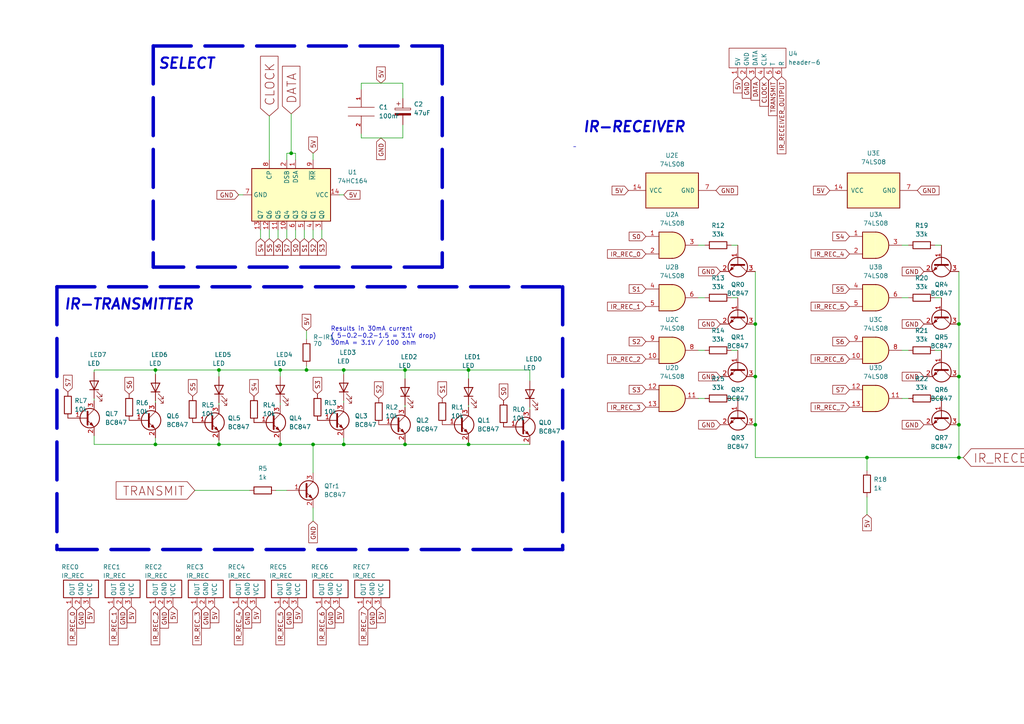
<source format=kicad_sch>
(kicad_sch (version 20211123) (generator eeschema)
  (paper "A4")
  (lib_symbols
    (symbol "74xx:74HC164"
      (property "Reference" "U" (at 1.905 -13.97 0))
      (property "Value" "74HC164" (at 1.905 -16.51 0))
      (symbol "74HC164_0_1"
        (rectangle (start 7.62 10.16) (end -7.62 -12.7) (stroke (width 0.254)) (fill (type background)))
      )
      (symbol "74HC164_1_1"
        (pin input line (at -10.16 0 0) (length 2.54) (name "DSA") (number "1"))
        (pin output line (at 10.16 -2.54 180) (length 2.54) (name "Q4") (number "10"))
        (pin output line (at 10.16 -5.08 180) (length 2.54) (name "Q5") (number "11"))
        (pin output line (at 10.16 -7.62 180) (length 2.54) (name "Q6") (number "12"))
        (pin output line (at 10.16 -10.16 180) (length 2.54) (name "Q7") (number "13"))
        (pin power_in line (at 0 12.7 270) (length 2.54) (name "VCC") (number "14"))
        (pin input line (at -10.16 -2.54 0) (length 2.54) (name "DSB") (number "2"))
        (pin output line (at 10.16 7.62 180) (length 2.54) (name "Q0") (number "3"))
        (pin output line (at 10.16 5.08 180) (length 2.54) (name "Q1") (number "4"))
        (pin output line (at 10.16 2.54 180) (length 2.54) (name "Q2") (number "5"))
        (pin output line (at 10.16 0 180) (length 2.54) (name "Q3") (number "6"))
        (pin power_in line (at 0 -15.24 90) (length 2.54) (name "GND") (number "7"))
        (pin input line (at -10.16 -7.62 0) (length 2.54) (name "CP") (number "8"))
        (pin input line (at -10.16 5.08 0) (length 2.54) (name "~{MR}") (number "9"))
      )
    )
    (symbol "74xx:74LS08" (pin_names (offset 1.016))
      (property "Reference" "U" (at 0 1.27 0))
      (property "Value" "74LS08" (at 0 -1.27 0))
      (symbol "74LS08_1_1"
        (arc (start 0 -3.81) (mid 3.81 0) (end 0 3.81) (stroke (width 0.254)) (fill (type background)))
        (polyline (pts (xy 0 3.81) (xy -3.81 3.81) (xy -3.81 -3.81) (xy 0 -3.81)) (stroke (width 0.254)) (fill (type background)))
        (pin input line (at -7.62 2.54 0) (length 3.81) (name "~") (number "1"))
        (pin input line (at -7.62 -2.54 0) (length 3.81) (name "~") (number "2"))
        (pin output line (at 7.62 0 180) (length 3.81) (name "~") (number "3"))
      )
      (symbol "74LS08_1_2"
        (arc (start -3.81 -3.81) (mid -2.589 0) (end -3.81 3.81) (stroke (width 0.254)))
        (arc (start -0.6096 -3.81) (mid 2.1842 -2.5851) (end 3.81 0) (stroke (width 0.254)) (fill (type background)))
        (polyline (pts (xy -3.81 -3.81) (xy -0.635 -3.81)) (stroke (width 0.254)) (fill (type background)))
        (polyline (pts (xy -3.81 3.81) (xy -0.635 3.81)) (stroke (width 0.254)) (fill (type background)))
        (polyline (pts (xy -0.635 3.81) (xy -3.81 3.81) (xy -3.81 3.81) (xy -3.556 3.4036) (xy -3.0226 2.2606) (xy -2.6924 1.0414) (xy -2.6162 -0.254) (xy -2.7686 -1.4986) (xy -3.175 -2.7178) (xy -3.81 -3.81) (xy -3.81 -3.81) (xy -0.635 -3.81)) (stroke (width -25.4)) (fill (type background)))
        (arc (start 3.81 0) (mid 2.1915 2.5936) (end -0.6096 3.81) (stroke (width 0.254)) (fill (type background)))
        (pin input inverted (at -7.62 2.54 0) (length 4.318) (name "~") (number "1"))
        (pin input inverted (at -7.62 -2.54 0) (length 4.318) (name "~") (number "2"))
        (pin output inverted (at 7.62 0 180) (length 3.81) (name "~") (number "3"))
      )
      (symbol "74LS08_2_1"
        (arc (start 0 -3.81) (mid 3.81 0) (end 0 3.81) (stroke (width 0.254)) (fill (type background)))
        (polyline (pts (xy 0 3.81) (xy -3.81 3.81) (xy -3.81 -3.81) (xy 0 -3.81)) (stroke (width 0.254)) (fill (type background)))
        (pin input line (at -7.62 2.54 0) (length 3.81) (name "~") (number "4"))
        (pin input line (at -7.62 -2.54 0) (length 3.81) (name "~") (number "5"))
        (pin output line (at 7.62 0 180) (length 3.81) (name "~") (number "6"))
      )
      (symbol "74LS08_2_2"
        (arc (start -3.81 -3.81) (mid -2.589 0) (end -3.81 3.81) (stroke (width 0.254)))
        (arc (start -0.6096 -3.81) (mid 2.1842 -2.5851) (end 3.81 0) (stroke (width 0.254)) (fill (type background)))
        (polyline (pts (xy -3.81 -3.81) (xy -0.635 -3.81)) (stroke (width 0.254)) (fill (type background)))
        (polyline (pts (xy -3.81 3.81) (xy -0.635 3.81)) (stroke (width 0.254)) (fill (type background)))
        (polyline (pts (xy -0.635 3.81) (xy -3.81 3.81) (xy -3.81 3.81) (xy -3.556 3.4036) (xy -3.0226 2.2606) (xy -2.6924 1.0414) (xy -2.6162 -0.254) (xy -2.7686 -1.4986) (xy -3.175 -2.7178) (xy -3.81 -3.81) (xy -3.81 -3.81) (xy -0.635 -3.81)) (stroke (width -25.4)) (fill (type background)))
        (arc (start 3.81 0) (mid 2.1915 2.5936) (end -0.6096 3.81) (stroke (width 0.254)) (fill (type background)))
        (pin input inverted (at -7.62 2.54 0) (length 4.318) (name "~") (number "4"))
        (pin input inverted (at -7.62 -2.54 0) (length 4.318) (name "~") (number "5"))
        (pin output inverted (at 7.62 0 180) (length 3.81) (name "~") (number "6"))
      )
      (symbol "74LS08_3_1"
        (arc (start 0 -3.81) (mid 3.81 0) (end 0 3.81) (stroke (width 0.254)) (fill (type background)))
        (polyline (pts (xy 0 3.81) (xy -3.81 3.81) (xy -3.81 -3.81) (xy 0 -3.81)) (stroke (width 0.254)) (fill (type background)))
        (pin input line (at -7.62 -2.54 0) (length 3.81) (name "~") (number "10"))
        (pin output line (at 7.62 0 180) (length 3.81) (name "~") (number "8"))
        (pin input line (at -7.62 2.54 0) (length 3.81) (name "~") (number "9"))
      )
      (symbol "74LS08_3_2"
        (arc (start -3.81 -3.81) (mid -2.589 0) (end -3.81 3.81) (stroke (width 0.254)))
        (arc (start -0.6096 -3.81) (mid 2.1842 -2.5851) (end 3.81 0) (stroke (width 0.254)) (fill (type background)))
        (polyline (pts (xy -3.81 -3.81) (xy -0.635 -3.81)) (stroke (width 0.254)) (fill (type background)))
        (polyline (pts (xy -3.81 3.81) (xy -0.635 3.81)) (stroke (width 0.254)) (fill (type background)))
        (polyline (pts (xy -0.635 3.81) (xy -3.81 3.81) (xy -3.81 3.81) (xy -3.556 3.4036) (xy -3.0226 2.2606) (xy -2.6924 1.0414) (xy -2.6162 -0.254) (xy -2.7686 -1.4986) (xy -3.175 -2.7178) (xy -3.81 -3.81) (xy -3.81 -3.81) (xy -0.635 -3.81)) (stroke (width -25.4)) (fill (type background)))
        (arc (start 3.81 0) (mid 2.1915 2.5936) (end -0.6096 3.81) (stroke (width 0.254)) (fill (type background)))
        (pin input inverted (at -7.62 -2.54 0) (length 4.318) (name "~") (number "10"))
        (pin output inverted (at 7.62 0 180) (length 3.81) (name "~") (number "8"))
        (pin input inverted (at -7.62 2.54 0) (length 4.318) (name "~") (number "9"))
      )
      (symbol "74LS08_4_1"
        (arc (start 0 -3.81) (mid 3.81 0) (end 0 3.81) (stroke (width 0.254)) (fill (type background)))
        (polyline (pts (xy 0 3.81) (xy -3.81 3.81) (xy -3.81 -3.81) (xy 0 -3.81)) (stroke (width 0.254)) (fill (type background)))
        (pin output line (at 7.62 0 180) (length 3.81) (name "~") (number "11"))
        (pin input line (at -7.62 2.54 0) (length 3.81) (name "~") (number "12"))
        (pin input line (at -7.62 -2.54 0) (length 3.81) (name "~") (number "13"))
      )
      (symbol "74LS08_4_2"
        (arc (start -3.81 -3.81) (mid -2.589 0) (end -3.81 3.81) (stroke (width 0.254)))
        (arc (start -0.6096 -3.81) (mid 2.1842 -2.5851) (end 3.81 0) (stroke (width 0.254)) (fill (type background)))
        (polyline (pts (xy -3.81 -3.81) (xy -0.635 -3.81)) (stroke (width 0.254)) (fill (type background)))
        (polyline (pts (xy -3.81 3.81) (xy -0.635 3.81)) (stroke (width 0.254)) (fill (type background)))
        (polyline (pts (xy -0.635 3.81) (xy -3.81 3.81) (xy -3.81 3.81) (xy -3.556 3.4036) (xy -3.0226 2.2606) (xy -2.6924 1.0414) (xy -2.6162 -0.254) (xy -2.7686 -1.4986) (xy -3.175 -2.7178) (xy -3.81 -3.81) (xy -3.81 -3.81) (xy -0.635 -3.81)) (stroke (width -25.4)) (fill (type background)))
        (arc (start 3.81 0) (mid 2.1915 2.5936) (end -0.6096 3.81) (stroke (width 0.254)) (fill (type background)))
        (pin output inverted (at 7.62 0 180) (length 3.81) (name "~") (number "11"))
        (pin input inverted (at -7.62 2.54 0) (length 4.318) (name "~") (number "12"))
        (pin input inverted (at -7.62 -2.54 0) (length 4.318) (name "~") (number "13"))
      )
      (symbol "74LS08_5_0"
        (pin power_in line (at 0 12.7 270) (length 5.08) (name "VCC") (number "14"))
        (pin power_in line (at 0 -12.7 90) (length 5.08) (name "GND") (number "7"))
      )
      (symbol "74LS08_5_1"
        (rectangle (start -5.08 7.62) (end 5.08 -7.62) (stroke (width 0.254)) (fill (type background)))
      )
    )
    (symbol "Device:C_Polarized" (pin_numbers hide) (pin_names (offset 0.254))
      (property "Reference" "C" (at 0.635 2.54 0))
      (property "Value" "C_Polarized" (at 0.635 -2.54 0))
      (symbol "C_Polarized_0_1"
        (rectangle (start -2.286 0.508) (end 2.286 1.016))
        (polyline (pts (xy -1.778 2.286) (xy -0.762 2.286)))
        (polyline (pts (xy -1.27 2.794) (xy -1.27 1.778)))
        (rectangle (start 2.286 -0.508) (end -2.286 -1.016) (fill (type outline)))
      )
      (symbol "C_Polarized_1_1"
        (pin passive line (at 0 3.81 270) (length 2.794) (name "~") (number "1"))
        (pin passive line (at 0 -3.81 90) (length 2.794) (name "~") (number "2"))
      )
    )
    (symbol "Device:LED" (pin_numbers hide) (pin_names (offset 1.016) hide)
      (property "Reference" "D" (at 0 2.54 0))
      (property "Value" "LED" (at 0 -2.54 0))
      (symbol "LED_0_1"
        (polyline (pts (xy -1.27 -1.27) (xy -1.27 1.27)) (stroke (width 0.254)))
        (polyline (pts (xy -1.27 0) (xy 1.27 0)))
        (polyline (pts (xy 1.27 -1.27) (xy 1.27 1.27) (xy -1.27 0) (xy 1.27 -1.27)) (stroke (width 0.254)))
        (polyline (pts (xy -3.048 -0.762) (xy -4.572 -2.286) (xy -3.81 -2.286) (xy -4.572 -2.286) (xy -4.572 -1.524)))
        (polyline (pts (xy -1.778 -0.762) (xy -3.302 -2.286) (xy -2.54 -2.286) (xy -3.302 -2.286) (xy -3.302 -1.524)))
      )
      (symbol "LED_1_1"
        (pin passive line (at -3.81 0 0) (length 2.54) (name "K") (number "1"))
        (pin passive line (at 3.81 0 180) (length 2.54) (name "A") (number "2"))
      )
    )
    (symbol "Device:R" (pin_numbers hide) (pin_names (offset 0))
      (property "Reference" "R" (at 2.032 0 90))
      (property "Value" "R" (at 0 0 90))
      (symbol "R_0_1"
        (rectangle (start -1.016 -2.54) (end 1.016 2.54) (stroke (width 0.254)))
      )
      (symbol "R_1_1"
        (pin passive line (at 0 3.81 270) (length 1.27) (name "~") (number "1"))
        (pin passive line (at 0 -3.81 90) (length 1.27) (name "~") (number "2"))
      )
    )
    (symbol "IR-receiver_1"
      (property "Reference" "U" (at 6.35 0.635 0))
      (property "Value" "IR-receiver_1" (at 0 6.35 0))
      (symbol "IR-receiver_1_0_1"
        (rectangle (start 5.08 0) (end -5.08 5.08) (stroke (width 0.25)))
      )
      (symbol "IR-receiver_1_1_1"
        (pin input line (at -2.54 -2.54 90) (length 2.54) (name "OUT") (number "1"))
        (pin input line (at 0 -2.54 90) (length 2.54) (name "GND") (number "2"))
        (pin input line (at 2.54 -2.54 90) (length 2.54) (name "VCC") (number "3"))
      )
    )
    (symbol "Transistor_BJT:BC847" (pin_names (offset 0) hide)
      (property "Reference" "Q" (at 5.08 1.905 0))
      (property "Value" "BC847" (at 5.08 0 0))
      (symbol "BC847_0_1"
        (polyline (pts (xy 0.635 0.635) (xy 2.54 2.54)))
        (polyline (pts (xy 0.635 -0.635) (xy 2.54 -2.54) (xy 2.54 -2.54)))
        (polyline (pts (xy 0.635 1.905) (xy 0.635 -1.905) (xy 0.635 -1.905)) (stroke (width 0.508)))
        (polyline (pts (xy 1.27 -1.778) (xy 1.778 -1.27) (xy 2.286 -2.286) (xy 1.27 -1.778) (xy 1.27 -1.778)) (fill (type outline)))
        (circle (center 1.27 0) (radius 2.8194) (stroke (width 0.254)))
      )
      (symbol "BC847_1_1"
        (pin input line (at -5.08 0 0) (length 5.715) (name "B") (number "1"))
        (pin passive line (at 2.54 -5.08 90) (length 2.54) (name "E") (number "2"))
        (pin passive line (at 2.54 5.08 270) (length 2.54) (name "C") (number "3"))
      )
    )
    (symbol "communication_library_pcb:header-6"
      (property "Reference" "U" (at 3.81 4.445 0))
      (property "Value" "header-6" (at -3.81 4.445 0))
      (symbol "header-6_0_1"
        (rectangle (start -8.255 -2.54) (end 8.255 3.175))
      )
      (symbol "header-6_1_1"
        (pin input line (at -5.715 -5.08 90) (length 2.54) (name "5V") (number "1"))
        (pin input line (at -3.175 -5.08 90) (length 2.54) (name "GND") (number "2"))
        (pin input line (at -0.635 -5.08 90) (length 2.54) (name "DATA") (number "3"))
        (pin input line (at 1.905 -5.08 90) (length 2.54) (name "CLK") (number "4"))
        (pin input line (at 4.445 -5.08 90) (length 2.54) (name "T") (number "5"))
        (pin input line (at 6.985 -5.08 90) (length 2.54) (name "R") (number "6"))
      )
    )
    (symbol "pspice:CAP" (pin_names (offset 0.254))
      (property "Reference" "C" (at 2.54 3.81 90))
      (property "Value" "CAP" (at 2.54 -3.81 90))
      (symbol "CAP_0_1"
        (polyline (pts (xy -3.81 -1.27) (xy 3.81 -1.27)))
        (polyline (pts (xy -3.81 1.27) (xy 3.81 1.27)))
      )
      (symbol "CAP_1_1"
        (pin passive line (at 0 6.35 270) (length 5.08) (name "~") (number "1"))
        (pin passive line (at 0 -6.35 90) (length 5.08) (name "~") (number "2"))
      )
    )
  )
  (junction (at 278.13 132.715))
  (junction (at 45.085 128.905))
  (junction (at 135.89 107.315))
  (junction (at 219.075 123.19))
  (junction (at 278.13 123.19))
  (junction (at 278.13 93.98))
  (junction (at 117.475 128.905))
  (junction (at 81.28 107.315))
  (junction (at 278.13 109.22))
  (junction (at 63.5 107.315))
  (junction (at 117.475 107.315))
  (junction (at 99.695 107.315))
  (junction (at 90.805 128.905))
  (junction (at 81.28 128.905))
  (junction (at 63.5 128.905))
  (junction (at 99.695 128.905))
  (junction (at 219.075 109.22))
  (junction (at 135.89 128.905))
  (junction (at 219.075 93.98))
  (junction (at 45.085 107.315))
  (junction (at 251.46 132.715))
  (junction (at 84.455 44.45))
  (junction (at 88.9 107.315))
  (wire (pts (xy 153.67 118.11) (xy 153.67 118.745)))
  (wire (pts (xy 98.425 56.515) (xy 99.695 56.515)))
  (wire (pts (xy 278.13 123.19) (xy 278.13 132.715)))
  (wire (pts (xy 116.84 24.13) (xy 116.84 28.575)))
  (wire (pts (xy 251.46 132.715) (xy 251.46 136.525)))
  (wire (pts (xy 63.5 107.315) (xy 63.5 109.22)))
  (wire (pts (xy 45.085 116.205) (xy 45.085 116.84)))
  (wire (pts (xy 99.695 128.905) (xy 117.475 128.905)))
  (wire (pts (xy 278.13 109.22) (xy 278.13 123.19)))
  (wire (pts (xy 271.145 71.12) (xy 273.05 71.12)))
  (wire (pts (xy 81.28 127.635) (xy 81.28 128.905)))
  (polyline (pts (xy 16.51 83.185) (xy 16.51 159.385)) (stroke (width 1)))
  (polyline (pts (xy 128.27 77.47) (xy 44.45 77.47)) (stroke (width 1)))
  (wire (pts (xy 202.565 86.36) (xy 204.47 86.36)))
  (polyline (pts (xy 128.27 13.335) (xy 128.27 77.47)) (stroke (width 1)))
  (wire (pts (xy 63.5 116.84) (xy 63.5 117.475)))
  (polyline (pts (xy 163.195 83.185) (xy 163.195 159.385)) (stroke (width 1)))
  (wire (pts (xy 212.09 101.6) (xy 213.995 101.6)))
  (wire (pts (xy 278.13 78.74) (xy 278.13 93.98)))
  (wire (pts (xy 84.455 33.02) (xy 84.455 44.45)))
  (wire (pts (xy 251.46 132.715) (xy 278.13 132.715)))
  (wire (pts (xy 261.62 71.12) (xy 263.525 71.12)))
  (wire (pts (xy 117.475 128.27) (xy 117.475 128.905)))
  (wire (pts (xy 135.89 107.315) (xy 135.89 109.855)))
  (wire (pts (xy 271.145 101.6) (xy 273.05 101.6)))
  (wire (pts (xy 85.725 66.675) (xy 85.725 69.215)))
  (wire (pts (xy 271.145 115.57) (xy 273.05 115.57)))
  (wire (pts (xy 27.305 107.315) (xy 27.305 107.95)))
  (wire (pts (xy 27.305 107.315) (xy 45.085 107.315)))
  (wire (pts (xy 135.89 107.315) (xy 153.67 107.315)))
  (wire (pts (xy 219.075 78.74) (xy 219.075 93.98)))
  (wire (pts (xy 81.28 116.84) (xy 81.28 117.475)))
  (wire (pts (xy 88.9 98.425) (xy 88.9 95.885)))
  (wire (pts (xy 90.805 66.675) (xy 90.805 69.215)))
  (wire (pts (xy 78.105 66.675) (xy 78.105 69.215)))
  (wire (pts (xy 45.085 107.315) (xy 63.5 107.315)))
  (wire (pts (xy 80.01 142.24) (xy 83.185 142.24)))
  (polyline (pts (xy 44.45 13.335) (xy 128.27 13.335)) (stroke (width 1)))
  (wire (pts (xy 45.085 127) (xy 45.085 128.905)))
  (wire (pts (xy 63.5 127.635) (xy 63.5 128.905)))
  (wire (pts (xy 78.105 33.655) (xy 78.105 46.355)))
  (wire (pts (xy 116.84 40.005) (xy 116.84 36.195)))
  (wire (pts (xy 202.565 71.12) (xy 204.47 71.12)))
  (wire (pts (xy 117.475 107.315) (xy 117.475 109.855)))
  (wire (pts (xy 219.075 109.22) (xy 219.075 123.19)))
  (wire (pts (xy 212.09 86.36) (xy 213.995 86.36)))
  (wire (pts (xy 104.775 24.13) (xy 116.84 24.13)))
  (wire (pts (xy 212.09 71.12) (xy 213.995 71.12)))
  (wire (pts (xy 81.28 107.315) (xy 88.9 107.315)))
  (wire (pts (xy 90.805 128.905) (xy 90.805 137.16)))
  (wire (pts (xy 117.475 128.905) (xy 135.89 128.905)))
  (polyline (pts (xy 16.51 83.185) (xy 163.195 83.185)) (stroke (width 1)))
  (wire (pts (xy 219.075 93.98) (xy 219.075 109.22)))
  (wire (pts (xy 212.09 115.57) (xy 213.995 115.57)))
  (wire (pts (xy 99.695 116.205) (xy 99.695 116.84)))
  (wire (pts (xy 104.775 26.035) (xy 104.775 24.13)))
  (wire (pts (xy 83.185 66.675) (xy 83.185 69.215)))
  (wire (pts (xy 93.345 66.675) (xy 93.345 69.215)))
  (wire (pts (xy 271.145 86.36) (xy 273.05 86.36)))
  (wire (pts (xy 27.305 115.57) (xy 27.305 116.205)))
  (wire (pts (xy 84.455 44.45) (xy 83.185 44.45)))
  (wire (pts (xy 117.475 107.315) (xy 135.89 107.315)))
  (wire (pts (xy 63.5 107.315) (xy 81.28 107.315)))
  (wire (pts (xy 63.5 128.905) (xy 45.085 128.905)))
  (wire (pts (xy 69.215 56.515) (xy 70.485 56.515)))
  (wire (pts (xy 27.305 128.905) (xy 27.305 126.365)))
  (wire (pts (xy 261.62 101.6) (xy 263.525 101.6)))
  (wire (pts (xy 83.185 44.45) (xy 83.185 46.355)))
  (wire (pts (xy 104.775 38.735) (xy 104.775 40.005)))
  (wire (pts (xy 45.085 107.315) (xy 45.085 108.585)))
  (wire (pts (xy 75.565 66.675) (xy 75.565 69.215)))
  (wire (pts (xy 153.67 107.315) (xy 153.67 110.49)))
  (wire (pts (xy 251.46 144.145) (xy 251.46 149.225)))
  (wire (pts (xy 278.13 132.715) (xy 279.4 132.715)))
  (wire (pts (xy 88.265 66.675) (xy 88.265 69.215)))
  (wire (pts (xy 63.5 128.905) (xy 81.28 128.905)))
  (wire (pts (xy 219.075 123.19) (xy 219.075 132.715)))
  (wire (pts (xy 261.62 115.57) (xy 263.525 115.57)))
  (wire (pts (xy 90.805 147.32) (xy 90.805 151.13)))
  (wire (pts (xy 90.805 44.45) (xy 90.805 46.355)))
  (wire (pts (xy 85.725 46.355) (xy 85.725 44.45)))
  (wire (pts (xy 117.475 117.475) (xy 117.475 118.11)))
  (wire (pts (xy 90.805 128.905) (xy 99.695 128.905)))
  (wire (pts (xy 99.695 107.315) (xy 117.475 107.315)))
  (wire (pts (xy 278.13 93.98) (xy 278.13 109.22)))
  (wire (pts (xy 81.28 107.315) (xy 81.28 109.22)))
  (wire (pts (xy 90.805 128.905) (xy 81.28 128.905)))
  (wire (pts (xy 261.62 86.36) (xy 263.525 86.36)))
  (wire (pts (xy 202.565 101.6) (xy 204.47 101.6)))
  (wire (pts (xy 135.89 128.905) (xy 153.67 128.905)))
  (wire (pts (xy 135.89 117.475) (xy 135.89 118.11)))
  (wire (pts (xy 80.645 66.675) (xy 80.645 69.215)))
  (polyline (pts (xy 44.45 13.335) (xy 44.45 77.47)) (stroke (width 1)))
  (wire (pts (xy 104.775 40.005) (xy 116.84 40.005)))
  (polyline (pts (xy 163.195 159.385) (xy 16.51 159.385)) (stroke (width 1)))
  (wire (pts (xy 202.565 115.57) (xy 204.47 115.57)))
  (wire (pts (xy 85.725 44.45) (xy 84.455 44.45)))
  (wire (pts (xy 99.695 107.315) (xy 99.695 108.585)))
  (wire (pts (xy 88.9 107.315) (xy 99.695 107.315)))
  (wire (pts (xy 99.695 127) (xy 99.695 128.905)))
  (wire (pts (xy 219.075 132.715) (xy 251.46 132.715)))
  (wire (pts (xy 135.89 128.27) (xy 135.89 128.905)))
  (wire (pts (xy 45.085 128.905) (xy 27.305 128.905)))
  (wire (pts (xy 88.9 106.045) (xy 88.9 107.315)))
  (wire (pts (xy 56.515 142.24) (xy 72.39 142.24)))
  (polyline (pts (xy 166.37 42.545) (xy 167.005 42.545)))
  (text "Results in 30mA current\n( 5-0.2-0.2-1.5 = 3.1V drop)\n30mA = 3.1V / 100 ohm" (at 95.885 100.33 0) (effects (font (size 1.27 1.27)) (justify left bottom)))
  (text "IR-RECEIVER" (at 168.91 38.735 0) (effects (font (size 3 3) (thickness 0.6) bold italic) (justify left bottom)))
  (text "SELECT" (at 45.72 20.32 0) (effects (font (size 3 3) (thickness 0.6) bold italic) (justify left bottom)))
  (text "IR-TRANSMITTER\n" (at 18.415 90.17 0) (effects (font (size 3 3) (thickness 0.6) bold italic) (justify left bottom)))
  (global_label "S6" (shape input) (at 80.645 69.215 270) (property "Intersheet References" "${INTERSHEET_REFS}" (effects hide)))
  (global_label "IR_REC_0" (shape input) (at 20.955 175.895 270) (property "Intersheet References" "${INTERSHEET_REFS}" (effects hide)))
  (global_label "GND" (shape input) (at 207.645 55.245 0) (property "Intersheet References" "${INTERSHEET_REFS}" (effects hide)))
  (global_label "TRANSMIT" (shape input) (at 224.155 22.225 270) (property "Intersheet References" "${INTERSHEET_REFS}" (effects hide)))
  (global_label "5V" (shape input) (at 26.035 175.895 270) (property "Intersheet References" "${INTERSHEET_REFS}" (effects hide)))
  (global_label "GND" (shape input) (at 71.755 175.895 270) (property "Intersheet References" "${INTERSHEET_REFS}" (effects hide)))
  (global_label "5V" (shape input) (at 86.36 175.895 270) (property "Intersheet References" "${INTERSHEET_REFS}" (effects hide)))
  (global_label "GND" (shape input) (at 107.95 175.895 270) (property "Intersheet References" "${INTERSHEET_REFS}" (effects hide)))
  (global_label "5V" (shape input) (at 240.665 55.245 180) (property "Intersheet References" "${INTERSHEET_REFS}" (effects hide)))
  (global_label "S2" (shape input) (at 109.855 115.57 90) (property "Intersheet References" "${INTERSHEET_REFS}" (effects hide)))
  (global_label "IR_REC_5" (shape input) (at 246.38 88.9 180) (property "Intersheet References" "${INTERSHEET_REFS}" (effects hide)))
  (global_label "5V" (shape input) (at 213.995 22.225 270) (property "Intersheet References" "${INTERSHEET_REFS}" (effects hide)))
  (global_label "S3" (shape input) (at 187.325 113.03 180) (property "Intersheet References" "${INTERSHEET_REFS}" (effects hide)))
  (global_label "GND" (shape input) (at 208.915 109.22 180) (property "Intersheet References" "${INTERSHEET_REFS}" (effects hide)))
  (global_label "5V" (shape input) (at 38.1 175.895 270) (property "Intersheet References" "${INTERSHEET_REFS}" (effects hide)))
  (global_label "CLOCK" (shape input) (at 221.615 22.225 270) (property "Intersheet References" "${INTERSHEET_REFS}" (effects hide)))
  (global_label "S5" (shape input) (at 246.38 83.82 180) (property "Intersheet References" "${INTERSHEET_REFS}" (effects hide)))
  (global_label "GND" (shape input) (at 69.215 56.515 180) (property "Intersheet References" "${INTERSHEET_REFS}" (effects hide)))
  (global_label "S2" (shape input) (at 187.325 99.06 180) (property "Intersheet References" "${INTERSHEET_REFS}" (effects hide)))
  (global_label "5V" (shape input) (at 99.695 56.515 0) (property "Intersheet References" "${INTERSHEET_REFS}" (effects hide)))
  (global_label "IR_REC_6" (shape input) (at 93.345 175.895 270) (property "Intersheet References" "${INTERSHEET_REFS}" (effects hide)))
  (global_label "IR_REC_7" (shape input) (at 105.41 175.895 270) (property "Intersheet References" "${INTERSHEET_REFS}" (effects hide)))
  (global_label "IR_REC_4" (shape input) (at 69.215 175.895 270) (property "Intersheet References" "${INTERSHEET_REFS}" (effects hide)))
  (global_label "IR_REC_2" (shape input) (at 45.085 175.895 270) (property "Intersheet References" "${INTERSHEET_REFS}" (effects hide)))
  (global_label "IR_REC_4" (shape input) (at 246.38 73.66 180) (property "Intersheet References" "${INTERSHEET_REFS}" (effects hide)))
  (global_label "S1" (shape input) (at 187.325 83.82 180) (property "Intersheet References" "${INTERSHEET_REFS}" (effects hide)))
  (global_label "S0" (shape input) (at 85.725 69.215 270) (property "Intersheet References" "${INTERSHEET_REFS}" (effects hide)))
  (global_label "S6" (shape input) (at 246.38 99.06 180) (property "Intersheet References" "${INTERSHEET_REFS}" (effects hide)))
  (global_label "IR_RECEIVER_OUTPUT" (shape input) (at 279.4 132.715 0) (effects (font (size 2.56 2.56))) (property "Intersheet References" "${INTERSHEET_REFS}" (effects hide)))
  (global_label "IR_REC_5" (shape input) (at 81.28 175.895 270) (property "Intersheet References" "${INTERSHEET_REFS}" (effects hide)))
  (global_label "IR_REC_0" (shape input) (at 187.325 73.66 180) (property "Intersheet References" "${INTERSHEET_REFS}" (effects hide)))
  (global_label "IR_REC_3" (shape input) (at 187.325 118.11 180) (property "Intersheet References" "${INTERSHEET_REFS}" (effects hide)))
  (global_label "5V" (shape input) (at 251.46 149.225 270) (property "Intersheet References" "${INTERSHEET_REFS}" (effects hide)))
  (global_label "IR_RECEIVER_OUTPUT" (shape input) (at 226.695 22.225 270) (property "Intersheet References" "${INTERSHEET_REFS}" (effects hide)))
  (global_label "GND" (shape input) (at 208.915 78.74 180) (property "Intersheet References" "${INTERSHEET_REFS}" (effects hide)))
  (global_label "GND" (shape input) (at 208.915 93.98 180) (property "Intersheet References" "${INTERSHEET_REFS}" (effects hide)))
  (global_label "GND" (shape input) (at 216.535 22.225 270) (property "Intersheet References" "${INTERSHEET_REFS}" (effects hide)))
  (global_label "5V" (shape input) (at 90.805 44.45 90) (property "Intersheet References" "${INTERSHEET_REFS}" (effects hide)))
  (global_label "S7" (shape input) (at 83.185 69.215 270) (property "Intersheet References" "${INTERSHEET_REFS}" (effects hide)))
  (global_label "GND" (shape input) (at 90.805 151.13 270) (property "Intersheet References" "${INTERSHEET_REFS}" (effects hide)))
  (global_label "DATA" (shape input) (at 219.075 22.225 270) (property "Intersheet References" "${INTERSHEET_REFS}" (effects hide)))
  (global_label "CLOCK" (shape input) (at 78.105 33.655 90) (effects (font (size 2.56 2.56))) (property "Intersheet References" "${INTERSHEET_REFS}" (effects hide)))
  (global_label "5V" (shape input) (at 62.23 175.895 270) (property "Intersheet References" "${INTERSHEET_REFS}" (effects hide)))
  (global_label "IR_REC_1" (shape input) (at 33.02 175.895 270) (property "Intersheet References" "${INTERSHEET_REFS}" (effects hide)))
  (global_label "GND" (shape input) (at 267.97 123.19 180) (property "Intersheet References" "${INTERSHEET_REFS}" (effects hide)))
  (global_label "GND" (shape input) (at 83.82 175.895 270) (property "Intersheet References" "${INTERSHEET_REFS}" (effects hide)))
  (global_label "S7" (shape input) (at 246.38 113.03 180) (property "Intersheet References" "${INTERSHEET_REFS}" (effects hide)))
  (global_label "TRANSMIT" (shape input) (at 56.515 142.24 180) (effects (font (size 2.56 2.56))) (property "Intersheet References" "${INTERSHEET_REFS}" (effects hide)))
  (global_label "S0" (shape input) (at 146.05 116.205 90) (property "Intersheet References" "${INTERSHEET_REFS}" (effects hide)))
  (global_label "5V" (shape input) (at 110.49 175.895 270) (property "Intersheet References" "${INTERSHEET_REFS}" (effects hide)))
  (global_label "S0" (shape input) (at 187.325 68.58 180) (property "Intersheet References" "${INTERSHEET_REFS}" (effects hide)))
  (global_label "IR_REC_6" (shape input) (at 246.38 104.14 180) (property "Intersheet References" "${INTERSHEET_REFS}" (effects hide)))
  (global_label "GND" (shape input) (at 208.915 123.19 180) (property "Intersheet References" "${INTERSHEET_REFS}" (effects hide)))
  (global_label "GND" (shape input) (at 95.885 175.895 270) (property "Intersheet References" "${INTERSHEET_REFS}" (effects hide)))
  (global_label "5V" (shape input) (at 88.9 95.885 90) (property "Intersheet References" "${INTERSHEET_REFS}" (effects hide)))
  (global_label "S4" (shape input) (at 246.38 68.58 180) (property "Intersheet References" "${INTERSHEET_REFS}" (effects hide)))
  (global_label "5V" (shape input) (at 182.245 55.245 180) (property "Intersheet References" "${INTERSHEET_REFS}" (effects hide)))
  (global_label "S2" (shape input) (at 90.805 69.215 270) (property "Intersheet References" "${INTERSHEET_REFS}" (effects hide)))
  (global_label "GND" (shape input) (at 59.69 175.895 270) (property "Intersheet References" "${INTERSHEET_REFS}" (effects hide)))
  (global_label "S5" (shape input) (at 55.88 114.935 90) (property "Intersheet References" "${INTERSHEET_REFS}" (effects hide)))
  (global_label "GND" (shape input) (at 266.065 55.245 0) (property "Intersheet References" "${INTERSHEET_REFS}" (effects hide)))
  (global_label "S1" (shape input) (at 128.27 115.57 90) (property "Intersheet References" "${INTERSHEET_REFS}" (effects hide)))
  (global_label "S5" (shape input) (at 78.105 69.215 270) (property "Intersheet References" "${INTERSHEET_REFS}" (effects hide)))
  (global_label "GND" (shape input) (at 110.49 40.005 270) (property "Intersheet References" "${INTERSHEET_REFS}" (effects hide)))
  (global_label "GND" (shape input) (at 267.97 78.74 180) (property "Intersheet References" "${INTERSHEET_REFS}" (effects hide)))
  (global_label "DATA" (shape input) (at 84.455 33.02 90) (effects (font (size 2.56 2.56))) (property "Intersheet References" "${INTERSHEET_REFS}" (effects hide)))
  (global_label "5V" (shape input) (at 98.425 175.895 270) (property "Intersheet References" "${INTERSHEET_REFS}" (effects hide)))
  (global_label "S7" (shape input) (at 19.685 113.665 90) (property "Intersheet References" "${INTERSHEET_REFS}" (effects hide)))
  (global_label "S3" (shape input) (at 92.075 114.3 90) (property "Intersheet References" "${INTERSHEET_REFS}" (effects hide)))
  (global_label "IR_REC_2" (shape input) (at 187.325 104.14 180) (property "Intersheet References" "${INTERSHEET_REFS}" (effects hide)))
  (global_label "5V" (shape input) (at 50.165 175.895 270) (property "Intersheet References" "${INTERSHEET_REFS}" (effects hide)))
  (global_label "IR_REC_7" (shape input) (at 246.38 118.11 180) (property "Intersheet References" "${INTERSHEET_REFS}" (effects hide)))
  (global_label "5V" (shape input) (at 74.295 175.895 270) (property "Intersheet References" "${INTERSHEET_REFS}" (effects hide)))
  (global_label "GND" (shape input) (at 47.625 175.895 270) (property "Intersheet References" "${INTERSHEET_REFS}" (effects hide)))
  (global_label "IR_REC_3" (shape input) (at 57.15 175.895 270) (property "Intersheet References" "${INTERSHEET_REFS}" (effects hide)))
  (global_label "S4" (shape input) (at 73.66 114.935 90) (property "Intersheet References" "${INTERSHEET_REFS}" (effects hide)))
  (global_label "S4" (shape input) (at 75.565 69.215 270) (property "Intersheet References" "${INTERSHEET_REFS}" (effects hide)))
  (global_label "S1" (shape input) (at 88.265 69.215 270) (property "Intersheet References" "${INTERSHEET_REFS}" (effects hide)))
  (global_label "GND" (shape input) (at 35.56 175.895 270) (property "Intersheet References" "${INTERSHEET_REFS}" (effects hide)))
  (global_label "GND" (shape input) (at 267.97 109.22 180) (property "Intersheet References" "${INTERSHEET_REFS}" (effects hide)))
  (global_label "GND" (shape input) (at 23.495 175.895 270) (property "Intersheet References" "${INTERSHEET_REFS}" (effects hide)))
  (global_label "S6" (shape input) (at 37.465 114.3 90) (property "Intersheet References" "${INTERSHEET_REFS}" (effects hide)))
  (global_label "GND" (shape input) (at 267.97 93.98 180) (property "Intersheet References" "${INTERSHEET_REFS}" (effects hide)))
  (global_label "S3" (shape input) (at 93.345 69.215 270) (property "Intersheet References" "${INTERSHEET_REFS}" (effects hide)))
  (global_label "5V" (shape input) (at 110.49 24.13 90) (property "Intersheet References" "${INTERSHEET_REFS}" (effects hide)))
  (global_label "IR_REC_1" (shape input) (at 187.325 88.9 180) (property "Intersheet References" "${INTERSHEET_REFS}" (effects hide)))
  (symbol (lib_name "IR-receiver_1") (lib_id "communication_library_pcb:IR-receiver") (at 23.495 173.355 0) (unit 1)
    (property "Reference" "REC0" (at 17.78 164.465 0) (effects (justify left)))
    (property "Value" "IR_REC" (at 17.78 167.005 0) (effects (justify left)))
    (property "Footprint" "communication_library_pcb:IR-receiver" (effects hide))
  )
  (symbol (lib_id "communication_library_pcb:header-6") (at 219.71 17.145 0) (unit 1)
    (property "Reference" "U4" (at 228.6 15.5574 0) (effects (justify left)))
    (property "Value" "header-6" (at 228.6 18.0974 0) (effects (justify left)))
    (property "Footprint" "communication_library_pcb:header6" (effects hide))
  )
  (symbol (lib_name "IR-receiver_1") (lib_id "communication_library_pcb:IR-receiver") (at 107.95 173.355 0) (unit 1)
    (property "Reference" "REC7" (at 102.235 164.465 0) (effects (justify left)))
    (property "Value" "IR_REC" (at 102.235 167.005 0) (effects (justify left)))
    (property "Footprint" "communication_library_pcb:IR-receiver" (effects hide))
  )
  (symbol (lib_id "Device:R") (at 267.335 71.12 270) (unit 1)
    (property "Reference" "R19" (at 267.335 65.405 90))
    (property "Value" "33k" (at 267.335 67.945 90))
    (property "Footprint" "Resistor_SMD:R_1206_3216Metric_Pad1.30x1.75mm_HandSolder" (effects hide))
  )
  (symbol (lib_id "Device:R") (at 73.66 118.745 180) (unit 1)
    (property "Reference" "RL4" (at 76.2 117.4749 0) (effects (justify right)))
    (property "Value" "10k" (at 76.2 120.0149 0) (effects (justify right)))
    (property "Footprint" "Resistor_SMD:R_1206_3216Metric_Pad1.30x1.75mm_HandSolder" (effects hide))
  )
  (symbol (lib_id "Device:C_Polarized") (at 116.84 32.385 0) (unit 1)
    (property "Reference" "C2" (at 120.015 30.2259 0) (effects (justify left)))
    (property "Value" "47uF" (at 120.015 32.7659 0) (effects (justify left)))
    (property "Footprint" "Capacitor_SMD:C_1206_3216Metric" (effects hide))
  )
  (symbol (lib_id "Transistor_BJT:BC847") (at 42.545 121.92 0) (unit 1)
    (property "Reference" "QL6" (at 48.26 120.6499 0) (effects (justify left)))
    (property "Value" "BC847" (at 48.26 123.1899 0) (effects (justify left)))
    (property "Footprint" "Package_TO_SOT_SMD:SOT-23" (effects hide))
    (property "Datasheet" "http://www.infineon.com/dgdl/Infineon-BC847SERIES_BC848SERIES_BC849SERIES_BC850SERIES-DS-v01_01-en.pdf?fileId=db3a304314dca389011541d4630a1657" (effects hide))
  )
  (symbol (lib_id "Device:LED") (at 45.085 112.395 90) (unit 1)
    (property "Reference" "LED6" (at 43.815 102.87 90) (effects (justify right)))
    (property "Value" "LED" (at 43.18 105.41 90) (effects (justify right)))
    (property "Footprint" "LED_THT:LED_D3.0mm" (effects hide))
  )
  (symbol (lib_name "IR-receiver_1") (lib_id "communication_library_pcb:IR-receiver") (at 71.755 173.355 0) (unit 1)
    (property "Reference" "REC4" (at 66.04 164.465 0) (effects (justify left)))
    (property "Value" "IR_REC" (at 66.04 167.005 0) (effects (justify left)))
    (property "Footprint" "communication_library_pcb:IR-receiver" (effects hide))
  )
  (symbol (lib_id "74xx:74HC164") (at 85.725 56.515 270) (unit 1)
    (property "Reference" "U1" (at 102.235 49.9362 90))
    (property "Value" "74HC164" (at 102.235 52.4762 90))
    (property "Footprint" "Package_DIP:DIP-14_W7.62mm" (effects hide))
    (property "Datasheet" "https://assets.nexperia.com/documents/data-sheet/74HC_HCT164.pdf" (effects hide))
  )
  (symbol (lib_id "74xx:74LS08") (at 194.945 86.36 0) (unit 2)
    (property "Reference" "U2" (at 194.945 77.47 0))
    (property "Value" "74LS08" (at 194.945 80.01 0))
    (property "Footprint" "Package_DIP:DIP-14_W7.62mm" (effects hide))
    (property "Datasheet" "http://www.ti.com/lit/gpn/sn74LS08" (effects hide))
  )
  (symbol (lib_id "74xx:74LS08") (at 254 71.12 0) (unit 1)
    (property "Reference" "U3" (at 254 62.23 0))
    (property "Value" "74LS08" (at 254 64.77 0))
    (property "Footprint" "Package_DIP:DIP-14_W7.62mm" (effects hide))
    (property "Datasheet" "http://www.ti.com/lit/gpn/sn74LS08" (effects hide))
  )
  (symbol (lib_id "Transistor_BJT:BC847") (at 97.155 121.92 0) (unit 1)
    (property "Reference" "QL3" (at 102.87 120.6499 0) (effects (justify left)))
    (property "Value" "BC847" (at 102.87 123.1899 0) (effects (justify left)))
    (property "Footprint" "Package_TO_SOT_SMD:SOT-23" (effects hide))
    (property "Datasheet" "http://www.infineon.com/dgdl/Infineon-BC847SERIES_BC848SERIES_BC849SERIES_BC850SERIES-DS-v01_01-en.pdf?fileId=db3a304314dca389011541d4630a1657" (effects hide))
  )
  (symbol (lib_name "IR-receiver_1") (lib_id "communication_library_pcb:IR-receiver") (at 83.82 173.355 0) (unit 1)
    (property "Reference" "REC5" (at 78.105 164.465 0) (effects (justify left)))
    (property "Value" "IR_REC" (at 78.105 167.005 0) (effects (justify left)))
    (property "Footprint" "communication_library_pcb:IR-receiver" (effects hide))
  )
  (symbol (lib_id "pspice:CAP") (at 104.775 32.385 0) (unit 1)
    (property "Reference" "C1" (at 109.855 31.1149 0) (effects (justify left)))
    (property "Value" "100nF" (at 109.855 33.6549 0) (effects (justify left)))
    (property "Footprint" "Capacitor_SMD:C_Elec_6.3x5.4" (effects hide))
  )
  (symbol (lib_id "Device:LED") (at 117.475 113.665 90) (unit 1)
    (property "Reference" "LED2" (at 116.205 103.505 90) (effects (justify right)))
    (property "Value" "LED" (at 115.57 106.045 90) (effects (justify right)))
    (property "Footprint" "LED_THT:LED_D3.0mm" (effects hide))
  )
  (symbol (lib_id "Device:LED") (at 81.28 113.03 90) (unit 1)
    (property "Reference" "LED4" (at 80.01 102.87 90) (effects (justify right)))
    (property "Value" "LED" (at 79.375 105.41 90) (effects (justify right)))
    (property "Footprint" "LED_THT:LED_D3.0mm" (effects hide))
  )
  (symbol (lib_id "Device:LED") (at 99.695 112.395 90) (unit 1)
    (property "Reference" "LED3" (at 98.425 102.235 90) (effects (justify right)))
    (property "Value" "LED" (at 97.79 104.775 90) (effects (justify right)))
    (property "Footprint" "LED_THT:LED_D3.0mm" (effects hide))
  )
  (symbol (lib_id "Device:R") (at 267.335 115.57 270) (unit 1)
    (property "Reference" "R22" (at 267.335 109.855 90))
    (property "Value" "33k" (at 267.335 112.395 90))
    (property "Footprint" "Resistor_SMD:R_1206_3216Metric_Pad1.30x1.75mm_HandSolder" (effects hide))
  )
  (symbol (lib_id "Device:R") (at 88.9 102.235 180) (unit 1)
    (property "Reference" "R-IR1" (at 90.805 97.79 0) (effects (justify right)))
    (property "Value" "70" (at 90.805 99.695 0) (effects (justify right)))
    (property "Footprint" "Resistor_SMD:R_1206_3216Metric_Pad1.30x1.75mm_HandSolder" (effects hide))
  )
  (symbol (lib_id "Transistor_BJT:BC847") (at 88.265 142.24 0) (unit 1)
    (property "Reference" "QTr1" (at 93.98 140.9699 0) (effects (justify left)))
    (property "Value" "BC847" (at 93.98 143.5099 0) (effects (justify left)))
    (property "Footprint" "Package_TO_SOT_SMD:SOT-23" (effects hide))
    (property "Datasheet" "http://www.infineon.com/dgdl/Infineon-BC847SERIES_BC848SERIES_BC849SERIES_BC850SERIES-DS-v01_01-en.pdf?fileId=db3a304314dca389011541d4630a1657" (effects hide))
  )
  (symbol (lib_id "Device:R") (at 109.855 119.38 180) (unit 1)
    (property "Reference" "RL2" (at 111.76 118.1099 0) (effects (justify right)))
    (property "Value" "10k" (at 111.76 120.6499 0) (effects (justify right)))
    (property "Footprint" "Resistor_SMD:R_1206_3216Metric_Pad1.30x1.75mm_HandSolder" (effects hide))
  )
  (symbol (lib_id "Transistor_BJT:BC847") (at 213.995 120.65 270) (unit 1)
    (property "Reference" "QR3" (at 213.995 127 90))
    (property "Value" "BC847" (at 213.995 129.54 90))
    (property "Footprint" "Package_TO_SOT_SMD:SOT-23" (effects hide))
    (property "Datasheet" "http://www.infineon.com/dgdl/Infineon-BC847SERIES_BC848SERIES_BC849SERIES_BC850SERIES-DS-v01_01-en.pdf?fileId=db3a304314dca389011541d4630a1657" (effects hide))
  )
  (symbol (lib_id "Transistor_BJT:BC847") (at 60.96 122.555 0) (unit 1)
    (property "Reference" "QL5" (at 66.04 121.2849 0) (effects (justify left)))
    (property "Value" "BC847" (at 66.04 123.8249 0) (effects (justify left)))
    (property "Footprint" "Package_TO_SOT_SMD:SOT-23" (effects hide))
    (property "Datasheet" "http://www.infineon.com/dgdl/Infineon-BC847SERIES_BC848SERIES_BC849SERIES_BC850SERIES-DS-v01_01-en.pdf?fileId=db3a304314dca389011541d4630a1657" (effects hide))
  )
  (symbol (lib_id "Transistor_BJT:BC847") (at 273.05 76.2 270) (unit 1)
    (property "Reference" "QR4" (at 273.05 82.55 90))
    (property "Value" "BC847" (at 273.05 85.09 90))
    (property "Footprint" "Package_TO_SOT_SMD:SOT-23" (effects hide))
    (property "Datasheet" "http://www.infineon.com/dgdl/Infineon-BC847SERIES_BC848SERIES_BC849SERIES_BC850SERIES-DS-v01_01-en.pdf?fileId=db3a304314dca389011541d4630a1657" (effects hide))
  )
  (symbol (lib_id "Transistor_BJT:BC847") (at 24.765 121.285 0) (unit 1)
    (property "Reference" "QL7" (at 30.48 120.0149 0) (effects (justify left)))
    (property "Value" "BC847" (at 30.48 122.5549 0) (effects (justify left)))
    (property "Footprint" "Package_TO_SOT_SMD:SOT-23" (effects hide))
    (property "Datasheet" "http://www.infineon.com/dgdl/Infineon-BC847SERIES_BC848SERIES_BC849SERIES_BC850SERIES-DS-v01_01-en.pdf?fileId=db3a304314dca389011541d4630a1657" (effects hide))
  )
  (symbol (lib_id "74xx:74LS08") (at 194.945 115.57 0) (unit 4)
    (property "Reference" "U2" (at 194.945 106.68 0))
    (property "Value" "74LS08" (at 194.945 109.22 0))
    (property "Footprint" "Package_DIP:DIP-14_W7.62mm" (effects hide))
    (property "Datasheet" "http://www.ti.com/lit/gpn/sn74LS08" (effects hide))
  )
  (symbol (lib_id "Device:R") (at 208.28 86.36 270) (unit 1)
    (property "Reference" "R13" (at 208.28 80.645 90))
    (property "Value" "33k" (at 208.28 83.185 90))
    (property "Footprint" "Resistor_SMD:R_1206_3216Metric_Pad1.30x1.75mm_HandSolder" (effects hide))
  )
  (symbol (lib_id "74xx:74LS08") (at 254 115.57 0) (unit 4)
    (property "Reference" "U3" (at 254 106.68 0))
    (property "Value" "74LS08" (at 254 109.22 0))
    (property "Footprint" "Package_DIP:DIP-14_W7.62mm" (effects hide))
    (property "Datasheet" "http://www.ti.com/lit/gpn/sn74LS08" (effects hide))
  )
  (symbol (lib_id "74xx:74LS08") (at 253.365 55.245 90) (unit 5)
    (property "Reference" "U3" (at 253.365 44.45 90))
    (property "Value" "74LS08" (at 253.365 46.99 90))
    (property "Footprint" "Package_DIP:DIP-14_W7.62mm" (effects hide))
    (property "Datasheet" "http://www.ti.com/lit/gpn/sn74LS08" (effects hide))
  )
  (symbol (lib_id "Device:LED") (at 135.89 113.665 90) (unit 1)
    (property "Reference" "LED1" (at 134.62 103.505 90) (effects (justify right)))
    (property "Value" "LED" (at 133.985 106.045 90) (effects (justify right)))
    (property "Footprint" "LED_THT:LED_D3.0mm" (effects hide))
  )
  (symbol (lib_id "74xx:74LS08") (at 194.945 101.6 0) (unit 3)
    (property "Reference" "U2" (at 194.945 92.71 0))
    (property "Value" "74LS08" (at 194.945 95.25 0))
    (property "Footprint" "Package_DIP:DIP-14_W7.62mm" (effects hide))
    (property "Datasheet" "http://www.ti.com/lit/gpn/sn74LS08" (effects hide))
  )
  (symbol (lib_id "Device:R") (at 146.05 120.015 180) (unit 1)
    (property "Reference" "RL0" (at 148.59 118.7449 0) (effects (justify right)))
    (property "Value" "10k" (at 148.59 121.2849 0) (effects (justify right)))
    (property "Footprint" "Resistor_SMD:R_1206_3216Metric_Pad1.30x1.75mm_HandSolder" (effects hide))
  )
  (symbol (lib_id "Device:LED") (at 27.305 111.76 90) (unit 1)
    (property "Reference" "LED7" (at 26.035 102.87 90) (effects (justify right)))
    (property "Value" "LED" (at 25.4 105.41 90) (effects (justify right)))
    (property "Footprint" "LED_THT:LED_D3.0mm" (effects hide))
  )
  (symbol (lib_id "74xx:74LS08") (at 194.945 55.245 90) (unit 5)
    (property "Reference" "U2" (at 194.945 45.085 90))
    (property "Value" "74LS08" (at 194.945 47.625 90))
    (property "Footprint" "Package_DIP:DIP-14_W7.62mm" (effects hide))
    (property "Datasheet" "http://www.ti.com/lit/gpn/sn74LS08" (effects hide))
  )
  (symbol (lib_id "Transistor_BJT:BC847") (at 114.935 123.19 0) (unit 1)
    (property "Reference" "QL2" (at 120.65 121.9199 0) (effects (justify left)))
    (property "Value" "BC847" (at 120.65 124.4599 0) (effects (justify left)))
    (property "Footprint" "Package_TO_SOT_SMD:SOT-23" (effects hide))
    (property "Datasheet" "http://www.infineon.com/dgdl/Infineon-BC847SERIES_BC848SERIES_BC849SERIES_BC850SERIES-DS-v01_01-en.pdf?fileId=db3a304314dca389011541d4630a1657" (effects hide))
  )
  (symbol (lib_id "Transistor_BJT:BC847") (at 213.995 106.68 270) (unit 1)
    (property "Reference" "QR2" (at 213.995 113.03 90))
    (property "Value" "BC847" (at 213.995 115.57 90))
    (property "Footprint" "Package_TO_SOT_SMD:SOT-23" (effects hide))
    (property "Datasheet" "http://www.infineon.com/dgdl/Infineon-BC847SERIES_BC848SERIES_BC849SERIES_BC850SERIES-DS-v01_01-en.pdf?fileId=db3a304314dca389011541d4630a1657" (effects hide))
  )
  (symbol (lib_id "Transistor_BJT:BC847") (at 273.05 120.65 270) (unit 1)
    (property "Reference" "QR7" (at 273.05 127 90))
    (property "Value" "BC847" (at 273.05 129.54 90))
    (property "Footprint" "Package_TO_SOT_SMD:SOT-23" (effects hide))
    (property "Datasheet" "http://www.infineon.com/dgdl/Infineon-BC847SERIES_BC848SERIES_BC849SERIES_BC850SERIES-DS-v01_01-en.pdf?fileId=db3a304314dca389011541d4630a1657" (effects hide))
  )
  (symbol (lib_id "Device:R") (at 19.685 117.475 180) (unit 1)
    (property "Reference" "RL7" (at 21.59 116.2049 0) (effects (justify right)))
    (property "Value" "10k" (at 21.59 118.7449 0) (effects (justify right)))
    (property "Footprint" "Resistor_SMD:R_1206_3216Metric_Pad1.30x1.75mm_HandSolder" (effects hide))
  )
  (symbol (lib_id "Device:R") (at 128.27 119.38 180) (unit 1)
    (property "Reference" "RL1" (at 130.81 118.1099 0) (effects (justify right)))
    (property "Value" "10k" (at 130.81 120.6499 0) (effects (justify right)))
    (property "Footprint" "Resistor_SMD:R_1206_3216Metric_Pad1.30x1.75mm_HandSolder" (effects hide))
  )
  (symbol (lib_id "Device:R") (at 267.335 101.6 270) (unit 1)
    (property "Reference" "R21" (at 267.335 95.885 90))
    (property "Value" "33k" (at 267.335 98.425 90))
    (property "Footprint" "Resistor_SMD:R_1206_3216Metric_Pad1.30x1.75mm_HandSolder" (effects hide))
  )
  (symbol (lib_id "Device:R") (at 267.335 86.36 270) (unit 1)
    (property "Reference" "R20" (at 267.335 80.645 90))
    (property "Value" "33k" (at 267.335 83.185 90))
    (property "Footprint" "Resistor_SMD:R_1206_3216Metric_Pad1.30x1.75mm_HandSolder" (effects hide))
  )
  (symbol (lib_name "IR-receiver_1") (lib_id "communication_library_pcb:IR-receiver") (at 35.56 173.355 0) (unit 1)
    (property "Reference" "REC1" (at 29.845 164.465 0) (effects (justify left)))
    (property "Value" "IR_REC" (at 29.845 167.005 0) (effects (justify left)))
    (property "Footprint" "communication_library_pcb:IR-receiver" (effects hide))
  )
  (symbol (lib_id "Device:R") (at 55.88 118.745 180) (unit 1)
    (property "Reference" "RL5" (at 58.42 117.4749 0) (effects (justify right)))
    (property "Value" "10k" (at 58.42 120.0149 0) (effects (justify right)))
    (property "Footprint" "Resistor_SMD:R_1206_3216Metric_Pad1.30x1.75mm_HandSolder" (effects hide))
  )
  (symbol (lib_id "Device:R") (at 208.28 115.57 270) (unit 1)
    (property "Reference" "R15" (at 208.28 109.855 90))
    (property "Value" "33k" (at 208.28 112.395 90))
    (property "Footprint" "Resistor_SMD:R_1206_3216Metric_Pad1.30x1.75mm_HandSolder" (effects hide))
  )
  (symbol (lib_id "Device:R") (at 92.075 118.11 180) (unit 1)
    (property "Reference" "RL3" (at 93.98 116.8399 0) (effects (justify right)))
    (property "Value" "10k" (at 93.98 119.3799 0) (effects (justify right)))
    (property "Footprint" "Resistor_SMD:R_1206_3216Metric_Pad1.30x1.75mm_HandSolder" (effects hide))
  )
  (symbol (lib_id "Transistor_BJT:BC847") (at 78.74 122.555 0) (unit 1)
    (property "Reference" "QL4" (at 83.82 121.2849 0) (effects (justify left)))
    (property "Value" "BC847" (at 83.82 123.8249 0) (effects (justify left)))
    (property "Footprint" "Package_TO_SOT_SMD:SOT-23" (effects hide))
    (property "Datasheet" "http://www.infineon.com/dgdl/Infineon-BC847SERIES_BC848SERIES_BC849SERIES_BC850SERIES-DS-v01_01-en.pdf?fileId=db3a304314dca389011541d4630a1657" (effects hide))
  )
  (symbol (lib_id "74xx:74LS08") (at 194.945 71.12 0) (unit 1)
    (property "Reference" "U2" (at 194.945 62.23 0))
    (property "Value" "74LS08" (at 194.945 64.77 0))
    (property "Footprint" "Package_DIP:DIP-14_W7.62mm" (effects hide))
    (property "Datasheet" "http://www.ti.com/lit/gpn/sn74LS08" (effects hide))
  )
  (symbol (lib_id "74xx:74LS08") (at 254 101.6 0) (unit 3)
    (property "Reference" "U3" (at 254 92.71 0))
    (property "Value" "74LS08" (at 254 95.25 0))
    (property "Footprint" "Package_DIP:DIP-14_W7.62mm" (effects hide))
    (property "Datasheet" "http://www.ti.com/lit/gpn/sn74LS08" (effects hide))
  )
  (symbol (lib_id "Transistor_BJT:BC847") (at 151.13 123.825 0) (unit 1)
    (property "Reference" "QL0" (at 156.21 122.5549 0) (effects (justify left)))
    (property "Value" "BC847" (at 156.21 125.0949 0) (effects (justify left)))
    (property "Footprint" "Package_TO_SOT_SMD:SOT-23" (effects hide))
    (property "Datasheet" "http://www.infineon.com/dgdl/Infineon-BC847SERIES_BC848SERIES_BC849SERIES_BC850SERIES-DS-v01_01-en.pdf?fileId=db3a304314dca389011541d4630a1657" (effects hide))
  )
  (symbol (lib_name "IR-receiver_1") (lib_id "communication_library_pcb:IR-receiver") (at 59.69 173.355 0) (unit 1)
    (property "Reference" "REC3" (at 53.975 164.465 0) (effects (justify left)))
    (property "Value" "IR_REC" (at 53.975 167.005 0) (effects (justify left)))
    (property "Footprint" "communication_library_pcb:IR-receiver" (effects hide))
  )
  (symbol (lib_id "Device:R") (at 76.2 142.24 90) (unit 1)
    (property "Reference" "R5" (at 76.2 135.89 90))
    (property "Value" "1k" (at 76.2 138.43 90))
    (property "Footprint" "Resistor_SMD:R_1206_3216Metric_Pad1.30x1.75mm_HandSolder" (effects hide))
  )
  (symbol (lib_id "Transistor_BJT:BC847") (at 213.995 76.2 270) (unit 1)
    (property "Reference" "QR0" (at 213.995 82.55 90))
    (property "Value" "BC847" (at 213.995 85.09 90))
    (property "Footprint" "Package_TO_SOT_SMD:SOT-23" (effects hide))
    (property "Datasheet" "http://www.infineon.com/dgdl/Infineon-BC847SERIES_BC848SERIES_BC849SERIES_BC850SERIES-DS-v01_01-en.pdf?fileId=db3a304314dca389011541d4630a1657" (effects hide))
  )
  (symbol (lib_id "Device:R") (at 208.28 71.12 270) (unit 1)
    (property "Reference" "R12" (at 208.28 65.405 90))
    (property "Value" "33k" (at 208.28 67.945 90))
    (property "Footprint" "Resistor_SMD:R_1206_3216Metric_Pad1.30x1.75mm_HandSolder" (effects hide))
  )
  (symbol (lib_id "Transistor_BJT:BC847") (at 213.995 91.44 270) (unit 1)
    (property "Reference" "QR1" (at 213.995 97.79 90))
    (property "Value" "BC847" (at 213.995 100.33 90))
    (property "Footprint" "Package_TO_SOT_SMD:SOT-23" (effects hide))
    (property "Datasheet" "http://www.infineon.com/dgdl/Infineon-BC847SERIES_BC848SERIES_BC849SERIES_BC850SERIES-DS-v01_01-en.pdf?fileId=db3a304314dca389011541d4630a1657" (effects hide))
  )
  (symbol (lib_id "Device:LED") (at 153.67 114.3 90) (unit 1)
    (property "Reference" "LED0" (at 152.4 104.14 90) (effects (justify right)))
    (property "Value" "LED" (at 151.765 106.68 90) (effects (justify right)))
    (property "Footprint" "LED_THT:LED_D3.0mm" (effects hide))
  )
  (symbol (lib_id "Device:R") (at 37.465 118.11 180) (unit 1)
    (property "Reference" "RL6" (at 39.37 116.8399 0) (effects (justify right)))
    (property "Value" "10k" (at 39.37 119.3799 0) (effects (justify right)))
    (property "Footprint" "Resistor_SMD:R_1206_3216Metric_Pad1.30x1.75mm_HandSolder" (effects hide))
  )
  (symbol (lib_id "Device:LED") (at 63.5 113.03 90) (unit 1)
    (property "Reference" "LED5" (at 62.23 102.87 90) (effects (justify right)))
    (property "Value" "LED" (at 61.595 105.41 90) (effects (justify right)))
    (property "Footprint" "LED_THT:LED_D3.0mm" (effects hide))
  )
  (symbol (lib_id "Device:R") (at 208.28 101.6 270) (unit 1)
    (property "Reference" "R14" (at 208.28 95.885 90))
    (property "Value" "33k" (at 208.28 98.425 90))
    (property "Footprint" "Resistor_SMD:R_1206_3216Metric_Pad1.30x1.75mm_HandSolder" (effects hide))
  )
  (symbol (lib_id "Transistor_BJT:BC847") (at 133.35 123.19 0) (unit 1)
    (property "Reference" "QL1" (at 138.43 121.9199 0) (effects (justify left)))
    (property "Value" "BC847" (at 138.43 124.4599 0) (effects (justify left)))
    (property "Footprint" "Package_TO_SOT_SMD:SOT-23" (effects hide))
    (property "Datasheet" "http://www.infineon.com/dgdl/Infineon-BC847SERIES_BC848SERIES_BC849SERIES_BC850SERIES-DS-v01_01-en.pdf?fileId=db3a304314dca389011541d4630a1657" (effects hide))
  )
  (symbol (lib_id "Transistor_BJT:BC847") (at 273.05 91.44 270) (unit 1)
    (property "Reference" "QR5" (at 273.05 97.79 90))
    (property "Value" "BC847" (at 273.05 100.33 90))
    (property "Footprint" "Package_TO_SOT_SMD:SOT-23" (effects hide))
    (property "Datasheet" "http://www.infineon.com/dgdl/Infineon-BC847SERIES_BC848SERIES_BC849SERIES_BC850SERIES-DS-v01_01-en.pdf?fileId=db3a304314dca389011541d4630a1657" (effects hide))
  )
  (symbol (lib_id "Transistor_BJT:BC847") (at 273.05 106.68 270) (unit 1)
    (property "Reference" "QR6" (at 273.05 113.03 90))
    (property "Value" "BC847" (at 273.05 115.57 90))
    (property "Footprint" "Package_TO_SOT_SMD:SOT-23" (effects hide))
    (property "Datasheet" "http://www.infineon.com/dgdl/Infineon-BC847SERIES_BC848SERIES_BC849SERIES_BC850SERIES-DS-v01_01-en.pdf?fileId=db3a304314dca389011541d4630a1657" (effects hide))
  )
  (symbol (lib_name "IR-receiver_1") (lib_id "communication_library_pcb:IR-receiver") (at 47.625 173.355 0) (unit 1)
    (property "Reference" "REC2" (at 41.91 164.465 0) (effects (justify left)))
    (property "Value" "IR_REC" (at 41.91 167.005 0) (effects (justify left)))
    (property "Footprint" "communication_library_pcb:IR-receiver" (effects hide))
  )
  (symbol (lib_id "74xx:74LS08") (at 254 86.36 0) (unit 2)
    (property "Reference" "U3" (at 254 77.47 0))
    (property "Value" "74LS08" (at 254 80.01 0))
    (property "Footprint" "Package_DIP:DIP-14_W7.62mm" (effects hide))
    (property "Datasheet" "http://www.ti.com/lit/gpn/sn74LS08" (effects hide))
  )
  (symbol (lib_name "IR-receiver_1") (lib_id "communication_library_pcb:IR-receiver") (at 95.885 173.355 0) (unit 1)
    (property "Reference" "REC6" (at 90.17 164.465 0) (effects (justify left)))
    (property "Value" "IR_REC" (at 90.17 167.005 0) (effects (justify left)))
    (property "Footprint" "communication_library_pcb:IR-receiver" (effects hide))
  )
  (symbol (lib_id "Device:R") (at 251.46 140.335 180) (unit 1)
    (property "Reference" "R18" (at 253.365 139.0649 0) (effects (justify right)))
    (property "Value" "1k" (at 253.365 141.6049 0) (effects (justify right)))
    (property "Footprint" "Resistor_SMD:R_1206_3216Metric_Pad1.30x1.75mm_HandSolder" (effects hide))
  )
)
</source>
